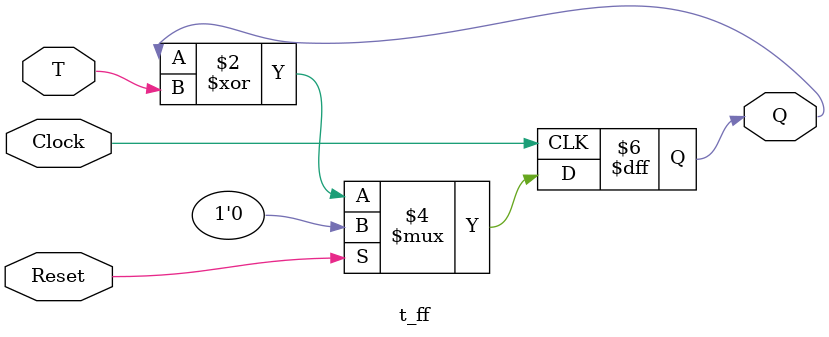
<source format=sv>
`timescale 1ns / 1ns // `timescale time_unit/time_precision

module part1(input logic Clock, Enable, Reset, output logic [7:0] CounterValue);
	assign a0 = Enable;
	t_ff t_ff0(a0, Clock, Reset, CounterValue[0]);
	assign a1 = a0 & CounterValue[0];
	t_ff t_ff1(a1, Clock, Reset, CounterValue[1]);
	assign a2 = a1 & CounterValue[1];
	t_ff t_ff2(a2, Clock, Reset, CounterValue[2]);
	assign a3 = a2 & CounterValue[2];
	t_ff t_ff3(a3, Clock, Reset, CounterValue[3]);
	assign a4 = a3 & CounterValue[3];
	t_ff t_ff4(a4, Clock, Reset, CounterValue[4]);
	assign a5 = a4 & CounterValue[4];
	t_ff t_ff5(a5, Clock, Reset, CounterValue[5]);
	assign a6 = a5 & CounterValue[5];
	t_ff t_ff6(a6, Clock, Reset, CounterValue[6]);
	assign a7 = a6 & CounterValue[6];
	t_ff t_ff7(a7, Clock, Reset, CounterValue[7]);
endmodule

// Module for a T Flip-Flip
module t_ff(input logic T, Clock, Reset, output logic Q);
	always_ff @(posedge Clock)
	begin
		if (Reset) Q <= 0;
		else Q <= Q ^ T;
	end
endmodule
</source>
